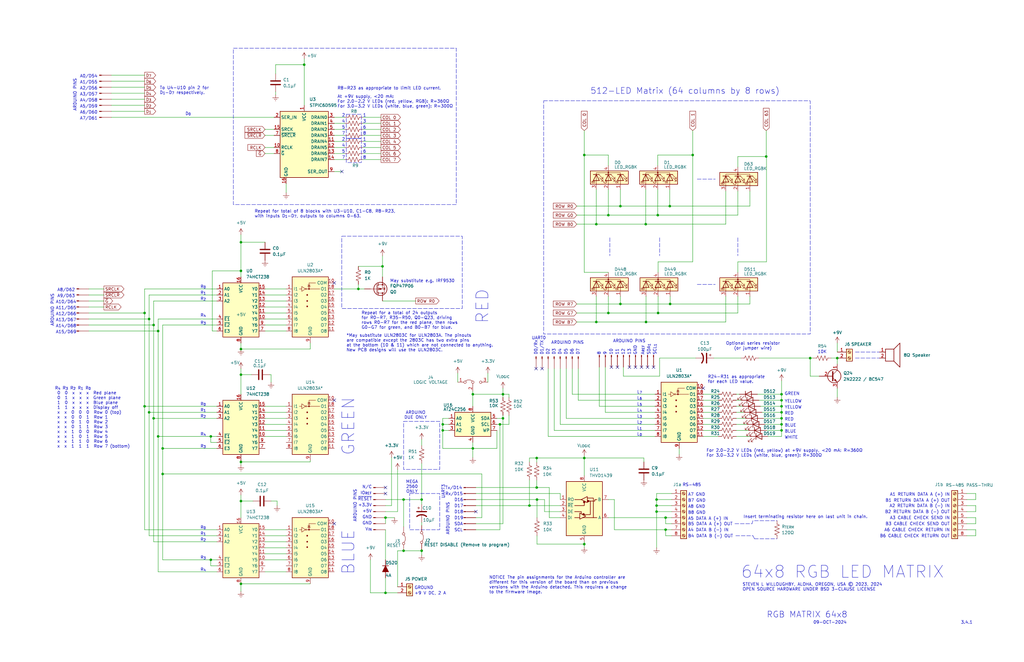
<source format=kicad_sch>
(kicad_sch (version 20231120) (generator "eeschema") (generator_version "8.0")
  (paper "USLedger")
  (junction (at 60.96 171.45))
  (junction (at 170.18 232.41))
  (junction (at 223.266 213.36))
  (junction (at 128.27 27.305))
  (junction (at 210.82 179.07))
  (junction (at 292.1 65.405))
  (junction (at 186.69 179.07))
  (junction (at 276.86 215.9))
  (junction (at 101.6 158.115))
  (junction (at 66.675 139.7))
  (junction (at 276.86 213.36))
  (junction (at 88.9 236.22))
  (junction (at 199.39 189.23))
  (junction (at 341.63 151.13))
  (junction (at 272.288 94.615))
  (junction (at 329.565 168.91))
  (junction (at 256.54 90.805))
  (junction (at 162.56 250.19))
  (junction (at 282.575 128.27))
  (junction (at 280.67 223.52))
  (junction (at 151.13 121.92))
  (junction (at 212.09 166.37))
  (junction (at 101.6 147.32))
  (junction (at 277.495 132.08))
  (junction (at 66.675 184.15))
  (junction (at 199.39 166.37))
  (junction (at 64.77 176.53))
  (junction (at 162.56 218.44))
  (junction (at 226.441 210.82))
  (junction (at 276.86 210.82))
  (junction (at 101.6 102.235))
  (junction (at 101.6 114.3))
  (junction (at 329.565 181.61))
  (junction (at 60.96 132.08))
  (junction (at 329.565 173.99))
  (junction (at 177.8 210.82))
  (junction (at 246.38 193.294))
  (junction (at 329.565 166.37))
  (junction (at 251.46 135.89))
  (junction (at 62.865 173.99))
  (junction (at 323.088 66.04))
  (junction (at 212.09 176.53))
  (junction (at 68.58 189.23))
  (junction (at 88.9 184.15))
  (junction (at 186.69 181.61))
  (junction (at 282.448 86.995))
  (junction (at 353.06 151.13))
  (junction (at 246.38 229.616))
  (junction (at 261.62 128.27))
  (junction (at 101.6 194.945))
  (junction (at 277.368 90.805))
  (junction (at 101.6 211.455))
  (junction (at 68.58 200.025))
  (junction (at 170.18 210.82))
  (junction (at 226.314 193.294))
  (junction (at 161.29 112.395))
  (junction (at 261.62 86.995))
  (junction (at 256.54 132.08))
  (junction (at 280.67 218.44))
  (junction (at 251.46 94.615))
  (junction (at 177.8 232.41))
  (junction (at 272.415 135.89))
  (junction (at 329.565 171.45))
  (junction (at 329.565 176.53))
  (junction (at 62.865 134.62))
  (junction (at 101.6 246.38))
  (junction (at 246.38 65.405))
  (junction (at 226.314 205.74))
  (junction (at 64.77 137.16))
  (junction (at 329.565 179.07))
  (no_connect (at 273.05 154.94))
  (no_connect (at 275.59 154.94))
  (no_connect (at 257.81 154.94))
  (no_connect (at 162.56 208.28))
  (no_connect (at 267.97 154.94))
  (no_connect (at 270.51 154.94))
  (no_connect (at 140.97 168.91))
  (no_connect (at 140.97 119.38))
  (no_connect (at 144.145 72.39))
  (no_connect (at 296.545 163.83))
  (no_connect (at 265.43 154.94))
  (no_connect (at 226.06 155.575))
  (no_connect (at 200.66 215.9))
  (no_connect (at 140.97 220.98))
  (no_connect (at 228.6 155.575))
  (no_connect (at 162.56 205.74))
  (no_connect (at 260.35 154.94))
  (wire (pts (xy 256.54 125.095) (xy 256.54 132.08)))
  (wire (pts (xy 111.76 121.92) (xy 120.65 121.92)))
  (wire (pts (xy 60.96 223.52) (xy 91.44 223.52)))
  (wire (pts (xy 229.616 215.9) (xy 236.22 215.9)))
  (wire (pts (xy 151.13 112.395) (xy 161.29 112.395)))
  (wire (pts (xy 407.67 223.52) (xy 411.48 223.52)))
  (wire (pts (xy 199.39 189.23) (xy 199.39 193.04)))
  (wire (pts (xy 46.99 44.45) (xy 60.96 44.45)))
  (wire (pts (xy 272.415 125.095) (xy 272.415 135.89)))
  (wire (pts (xy 186.69 181.61) (xy 186.69 189.23)))
  (wire (pts (xy 272.415 135.89) (xy 306.07 135.89)))
  (wire (pts (xy 306.07 94.615) (xy 306.07 80.645)))
  (wire (pts (xy 66.675 139.7) (xy 66.675 184.15)))
  (wire (pts (xy 276.86 210.82) (xy 276.86 213.36)))
  (wire (pts (xy 236.22 208.28) (xy 236.22 210.82)))
  (wire (pts (xy 262.89 154.94) (xy 262.89 158.75)))
  (wire (pts (xy 153.035 52.07) (xy 160.655 52.07)))
  (wire (pts (xy 153.035 59.69) (xy 160.655 59.69)))
  (wire (pts (xy 310.515 181.61) (xy 315.595 181.61)))
  (polyline (pts (xy 317.119 220.98) (xy 317.5 219.71)) (stroke (width 0) (type dash)))
  (wire (pts (xy 130.81 144.78) (xy 130.81 147.32)))
  (wire (pts (xy 243.205 86.995) (xy 261.62 86.995)))
  (wire (pts (xy 223.266 202.565) (xy 223.266 213.36)))
  (wire (pts (xy 277.495 110.49) (xy 277.495 114.935)))
  (wire (pts (xy 261.62 86.995) (xy 261.62 80.01)))
  (wire (pts (xy 91.44 241.3) (xy 66.675 241.3)))
  (wire (pts (xy 88.9 184.15) (xy 91.44 184.15)))
  (wire (pts (xy 68.58 137.16) (xy 68.58 189.23)))
  (wire (pts (xy 91.44 186.69) (xy 88.9 186.69)))
  (wire (pts (xy 296.545 168.91) (xy 302.895 168.91)))
  (wire (pts (xy 231.14 155.575) (xy 231.14 184.15)))
  (wire (pts (xy 111.76 64.77) (xy 115.57 64.77)))
  (wire (pts (xy 101.6 208.915) (xy 101.6 211.455)))
  (wire (pts (xy 276.225 181.61) (xy 233.68 181.61)))
  (wire (pts (xy 276.225 184.15) (xy 231.14 184.15)))
  (wire (pts (xy 111.76 134.62) (xy 120.65 134.62)))
  (wire (pts (xy 277.368 69.85) (xy 277.368 65.405)))
  (wire (pts (xy 101.6 114.3) (xy 101.6 116.84)))
  (wire (pts (xy 162.56 250.19) (xy 167.64 250.19)))
  (wire (pts (xy 276.225 168.91) (xy 243.84 168.91)))
  (wire (pts (xy 62.865 134.62) (xy 62.865 173.99)))
  (wire (pts (xy 223.266 193.294) (xy 223.266 194.945)))
  (wire (pts (xy 226.314 202.692) (xy 226.314 205.74)))
  (wire (pts (xy 278.13 158.75) (xy 262.89 158.75)))
  (wire (pts (xy 212.09 166.37) (xy 214.63 166.37)))
  (wire (pts (xy 311.15 110.49) (xy 323.215 110.49)))
  (wire (pts (xy 46.99 39.37) (xy 60.96 39.37)))
  (wire (pts (xy 62.865 134.62) (xy 62.865 124.46)))
  (wire (pts (xy 272.288 94.615) (xy 306.07 94.615)))
  (wire (pts (xy 140.97 121.92) (xy 151.13 121.92)))
  (wire (pts (xy 246.38 55.118) (xy 246.38 65.405)))
  (wire (pts (xy 280.67 218.44) (xy 283.21 218.44)))
  (wire (pts (xy 246.38 114.935) (xy 256.54 114.935)))
  (wire (pts (xy 310.515 168.91) (xy 312.42 168.91)))
  (wire (pts (xy 111.76 62.23) (xy 115.57 62.23)))
  (wire (pts (xy 320.04 168.91) (xy 329.565 168.91)))
  (wire (pts (xy 411.48 215.9) (xy 407.67 215.9)))
  (wire (pts (xy 68.58 200.025) (xy 203.2 200.025)))
  (wire (pts (xy 167.64 247.65) (xy 167.64 232.41)))
  (wire (pts (xy 282.448 80.01) (xy 282.448 86.995)))
  (wire (pts (xy 88.9 236.22) (xy 68.58 236.22)))
  (wire (pts (xy 37.465 129.54) (xy 43.815 129.54)))
  (wire (pts (xy 68.58 189.23) (xy 68.58 200.025)))
  (wire (pts (xy 46.99 31.75) (xy 60.96 31.75)))
  (wire (pts (xy 212.09 163.83) (xy 212.09 166.37)))
  (wire (pts (xy 283.21 208.28) (xy 276.86 208.28)))
  (wire (pts (xy 243.205 135.89) (xy 251.46 135.89)))
  (wire (pts (xy 140.97 72.39) (xy 144.145 72.39)))
  (wire (pts (xy 186.69 176.53) (xy 186.69 179.07)))
  (wire (pts (xy 209.55 181.61) (xy 209.55 189.23)))
  (wire (pts (xy 259.08 210.82) (xy 256.54 210.82)))
  (wire (pts (xy 116.84 213.36) (xy 116.84 211.455)))
  (wire (pts (xy 130.81 194.945) (xy 101.6 194.945)))
  (wire (pts (xy 323.215 66.04) (xy 323.215 110.49)))
  (wire (pts (xy 407.67 208.28) (xy 411.48 208.28)))
  (wire (pts (xy 140.97 52.07) (xy 145.415 52.07)))
  (wire (pts (xy 111.76 228.6) (xy 120.65 228.6)))
  (wire (pts (xy 329.565 176.53) (xy 329.565 173.99)))
  (wire (pts (xy 209.55 189.23) (xy 199.39 189.23)))
  (wire (pts (xy 111.76 181.61) (xy 120.65 181.61)))
  (wire (pts (xy 116.84 211.455) (xy 114.3 211.455)))
  (wire (pts (xy 66.675 134.62) (xy 66.675 139.7)))
  (wire (pts (xy 310.515 166.37) (xy 311.785 166.37)))
  (wire (pts (xy 296.545 166.37) (xy 302.895 166.37)))
  (wire (pts (xy 199.39 165.1) (xy 199.39 166.37)))
  (wire (pts (xy 251.46 125.095) (xy 251.46 135.89)))
  (wire (pts (xy 151.13 120.015) (xy 151.13 121.92)))
  (polyline (pts (xy 278.13 100.33) (xy 278.13 107.95)) (stroke (width 0) (type dash)))
  (wire (pts (xy 60.96 132.08) (xy 60.96 121.92)))
  (wire (pts (xy 214.63 179.07) (xy 210.82 179.07)))
  (wire (pts (xy 91.44 226.06) (xy 62.865 226.06)))
  (wire (pts (xy 170.18 210.82) (xy 170.18 222.25)))
  (wire (pts (xy 60.96 171.45) (xy 91.44 171.45)))
  (wire (pts (xy 226.441 226.06) (xy 226.441 229.616)))
  (wire (pts (xy 341.63 158.75) (xy 341.63 151.13)))
  (wire (pts (xy 64.77 228.6) (xy 64.77 176.53)))
  (wire (pts (xy 111.76 176.53) (xy 120.65 176.53)))
  (wire (pts (xy 276.225 179.07) (xy 236.22 179.07)))
  (wire (pts (xy 111.76 179.07) (xy 120.65 179.07)))
  (wire (pts (xy 111.76 231.14) (xy 120.65 231.14)))
  (wire (pts (xy 323.215 66.04) (xy 323.088 66.04)))
  (wire (pts (xy 111.76 173.99) (xy 120.65 173.99)))
  (wire (pts (xy 186.69 189.23) (xy 199.39 189.23)))
  (wire (pts (xy 101.6 102.235) (xy 111.76 102.235)))
  (wire (pts (xy 280.67 226.06) (xy 280.67 223.52)))
  (wire (pts (xy 66.675 184.15) (xy 66.675 241.3)))
  (wire (pts (xy 280.67 220.98) (xy 280.67 218.44)))
  (wire (pts (xy 233.68 181.61) (xy 233.68 155.575)))
  (wire (pts (xy 323.215 181.61) (xy 329.565 181.61)))
  (wire (pts (xy 296.545 176.53) (xy 302.895 176.53)))
  (wire (pts (xy 276.86 213.36) (xy 276.86 215.9)))
  (wire (pts (xy 116.205 38.735) (xy 116.205 40.005)))
  (wire (pts (xy 212.09 176.53) (xy 209.55 176.53)))
  (wire (pts (xy 37.465 134.62) (xy 62.865 134.62)))
  (polyline (pts (xy 294.005 120.015) (xy 301.625 120.015)) (stroke (width 0) (type dash)))
  (wire (pts (xy 162.56 213.36) (xy 165.1 213.36)))
  (wire (pts (xy 165.1 213.36) (xy 165.1 193.04)))
  (wire (pts (xy 214.63 175.26) (xy 214.63 179.07)))
  (wire (pts (xy 162.56 218.44) (xy 162.56 220.98)))
  (wire (pts (xy 310.515 179.07) (xy 314.96 179.07)))
  (wire (pts (xy 271.526 193.294) (xy 271.526 194.945)))
  (polyline (pts (xy 257.175 100.33) (xy 257.175 107.95)) (stroke (width 0) (type dash)))
  (wire (pts (xy 329.565 173.99) (xy 329.565 171.45)))
  (wire (pts (xy 261.62 125.095) (xy 261.62 128.27)))
  (wire (pts (xy 140.97 49.53) (xy 145.415 49.53)))
  (wire (pts (xy 311.15 110.49) (xy 311.15 114.935)))
  (polyline (pts (xy 318.135 227.33) (xy 327.66 227.33)) (stroke (width 0) (type dash)))
  (wire (pts (xy 283.21 226.06) (xy 280.67 226.06)))
  (wire (pts (xy 243.205 90.805) (xy 256.54 90.805)))
  (polyline (pts (xy 317.5 226.06) (xy 318.135 227.33)) (stroke (width 0) (type dash)))
  (wire (pts (xy 62.865 124.46) (xy 91.44 124.46)))
  (wire (pts (xy 37.465 137.16) (xy 64.77 137.16)))
  (wire (pts (xy 200.66 205.74) (xy 226.314 205.74)))
  (wire (pts (xy 140.97 64.77) (xy 145.415 64.77)))
  (wire (pts (xy 411.48 226.06) (xy 407.67 226.06)))
  (wire (pts (xy 411.48 223.52) (xy 411.48 226.06)))
  (wire (pts (xy 276.225 173.99) (xy 255.27 173.99)))
  (wire (pts (xy 116.205 31.115) (xy 116.205 27.305)))
  (polyline (pts (xy 311.15 100.33) (xy 311.15 107.95)) (stroke (width 0) (type dash)))
  (wire (pts (xy 255.27 173.99) (xy 255.27 154.94)))
  (wire (pts (xy 226.314 205.74) (xy 231.648 205.74)))
  (wire (pts (xy 101.6 194.945) (xy 101.6 196.215)))
  (wire (pts (xy 246.38 229.616) (xy 246.38 228.6)))
  (wire (pts (xy 46.99 46.99) (xy 60.96 46.99)))
  (wire (pts (xy 200.66 220.98) (xy 212.09 220.98)))
  (wire (pts (xy 111.76 171.45) (xy 120.65 171.45)))
  (wire (pts (xy 316.23 128.27) (xy 316.23 125.095)))
  (wire (pts (xy 101.6 211.455) (xy 106.68 211.455)))
  (wire (pts (xy 111.76 129.54) (xy 120.65 129.54)))
  (wire (pts (xy 251.46 135.89) (xy 272.415 135.89)))
  (wire (pts (xy 210.82 179.07) (xy 210.82 223.52)))
  (wire (pts (xy 241.3 166.37) (xy 241.3 155.575)))
  (wire (pts (xy 306.07 135.89) (xy 306.07 125.095)))
  (wire (pts (xy 277.368 80.01) (xy 277.368 90.805)))
  (wire (pts (xy 282.575 125.095) (xy 282.575 128.27)))
  (wire (pts (xy 68.58 189.23) (xy 91.44 189.23)))
  (wire (pts (xy 111.76 127) (xy 120.65 127)))
  (wire (pts (xy 246.38 192.278) (xy 246.38 193.294)))
  (wire (pts (xy 231.648 205.74) (xy 231.648 218.44)))
  (wire (pts (xy 140.97 57.15) (xy 145.415 57.15)))
  (wire (pts (xy 120.65 77.47) (xy 120.65 81.28)))
  (wire (pts (xy 68.58 236.22) (xy 68.58 200.025)))
  (wire (pts (xy 246.38 193.294) (xy 246.38 200.66)))
  (wire (pts (xy 353.06 144.78) (xy 353.06 148.59)))
  (wire (pts (xy 200.66 218.44) (xy 203.2 218.44)))
  (wire (pts (xy 200.66 213.36) (xy 223.266 213.36)))
  (wire (pts (xy 91.44 236.22) (xy 88.9 236.22)))
  (wire (pts (xy 46.99 36.83) (xy 60.96 36.83)))
  (wire (pts (xy 89.535 114.3) (xy 101.6 114.3)))
  (wire (pts (xy 62.865 173.99) (xy 91.44 173.99)))
  (wire (pts (xy 282.575 128.27) (xy 316.23 128.27)))
  (wire (pts (xy 310.515 184.15) (xy 316.23 184.15)))
  (wire (pts (xy 153.035 64.77) (xy 160.655 64.77)))
  (wire (pts (xy 280.67 223.52) (xy 259.08 223.52)))
  (wire (pts (xy 177.8 220.472) (xy 177.8 221.742)))
  (wire (pts (xy 292.1 65.405) (xy 292.1 110.49)))
  (wire (pts (xy 88.9 186.69) (xy 88.9 184.15)))
  (polyline (pts (xy 294.005 75.565) (xy 301.625 75.565)) (stroke (width 0) (type dash)))
  (wire (pts (xy 170.18 232.41) (xy 177.8 232.41)))
  (wire (pts (xy 311.15 132.08) (xy 311.15 125.095)))
  (wire (pts (xy 323.85 184.15) (xy 329.565 184.15)))
  (wire (pts (xy 203.2 218.44) (xy 203.2 200.025)))
  (wire (pts (xy 311.15 70.485) (xy 311.15 66.04)))
  (wire (pts (xy 205.74 157.48) (xy 205.74 161.29)))
  (wire (pts (xy 111.76 236.22) (xy 120.65 236.22)))
  (wire (pts (xy 214.63 166.37) (xy 214.63 167.64)))
  (wire (pts (xy 106.045 158.115) (xy 101.6 158.115)))
  (wire (pts (xy 199.39 186.69) (xy 199.39 189.23)))
  (wire (pts (xy 89.535 139.7) (xy 89.535 114.3)))
  (wire (pts (xy 200.66 208.28) (xy 236.22 208.28)))
  (wire (pts (xy 261.62 86.995) (xy 282.448 86.995)))
  (wire (pts (xy 310.515 176.53) (xy 314.325 176.53)))
  (wire (pts (xy 37.465 132.08) (xy 60.96 132.08)))
  (wire (pts (xy 210.82 223.52) (xy 200.66 223.52)))
  (wire (pts (xy 161.29 112.395) (xy 161.29 116.84)))
  (wire (pts (xy 111.76 184.15) (xy 120.65 184.15)))
  (wire (pts (xy 101.6 155.575) (xy 101.6 158.115)))
  (wire (pts (xy 329.565 171.45) (xy 329.565 168.91)))
  (wire (pts (xy 101.6 147.32) (xy 130.81 147.32)))
  (wire (pts (xy 286.385 189.23) (xy 286.385 191.77)))
  (wire (pts (xy 101.6 144.78) (xy 101.6 147.32)))
  (wire (pts (xy 296.545 179.07) (xy 302.895 179.07)))
  (wire (pts (xy 101.6 246.38) (xy 130.81 246.38)))
  (wire (pts (xy 140.97 62.23) (xy 145.415 62.23)))
  (wire (pts (xy 283.21 210.82) (xy 276.86 210.82)))
  (wire (pts (xy 411.48 213.36) (xy 411.48 215.9)))
  (wire (pts (xy 277.368 65.405) (xy 292.1 65.405)))
  (wire (pts (xy 111.76 124.46) (xy 120.65 124.46)))
  (wire (pts (xy 199.39 166.37) (xy 212.09 166.37)))
  (wire (pts (xy 296.545 171.45) (xy 302.895 171.45)))
  (wire (pts (xy 37.465 124.46) (xy 43.815 124.46)))
  (wire (pts (xy 111.76 233.68) (xy 120.65 233.68)))
  (wire (pts (xy 111.76 132.08) (xy 120.65 132.08)))
  (wire (pts (xy 278.13 151.13) (xy 293.37 151.13)))
  (wire (pts (xy 319.405 166.37) (xy 329.565 166.37)))
  (wire (pts (xy 177.8 185.42) (xy 177.8 187.96)))
  (wire (pts (xy 321.31 173.99) (xy 329.565 173.99)))
  (wire (pts (xy 246.38 229.616) (xy 246.38 230.886)))
  (wire (pts (xy 283.21 223.52) (xy 280.67 223.52)))
  (wire (pts (xy 272.288 80.01) (xy 272.288 94.615)))
  (wire (pts (xy 243.205 94.615) (xy 251.46 94.615)))
  (wire (pts (xy 407.67 218.44) (xy 411.48 218.44)))
  (wire (pts (xy 321.945 176.53) (xy 329.565 176.53)))
  (wire (pts (xy 261.62 128.27) (xy 282.575 128.27)))
  (wire (pts (xy 64.77 176.53) (xy 91.44 176.53)))
  (wire (pts (xy 162.56 243.84) (xy 162.56 250.19)))
  (wire (pts (xy 153.035 67.31) (xy 160.655 67.31)))
  (wire (pts (xy 209.55 179.07) (xy 210.82 179.07)))
  (wire (pts (xy 329.565 184.15) (xy 329.565 181.61)))
  (wire (pts (xy 283.21 215.9) (xy 276.86 215.9)))
  (wire (pts (xy 251.46 94.615) (xy 272.288 94.615)))
  (wire (pts (xy 276.225 171.45) (xy 252.73 171.45)))
  (polyline (pts (xy 310.261 226.06) (xy 317.5 226.06)) (stroke (width 0) (type dash)))
  (wire (pts (xy 189.23 176.53) (xy 186.69 176.53)))
  (wire (pts (xy 162.56 223.52) (xy 162.56 236.22)))
  (wire (pts (xy 111.76 241.3) (xy 120.65 241.3)))
  (wire (pts (xy 114.3 158.115) (xy 113.665 158.115)))
  (wire (pts (xy 46.99 49.53) (xy 115.57 49.53)))
  (wire (pts (xy 60.96 171.45) (xy 60.96 223.52)))
  (wire (pts (xy 296.545 181.61) (xy 302.895 181.61)))
  (wire (pts (xy 310.515 173.99) (xy 313.69 173.99)))
  (wire (pts (xy 162.56 210.82) (xy 170.18 210.82)))
  (wire (pts (xy 140.97 67.31) (xy 145.415 67.31)))
  (wire (pts (xy 411.48 210.82) (xy 407.67 210.82)))
  (polyline (pts (xy 360.68 148.59) (xy 370.84 148.59)) (stroke (width 0) (type dash)))
  (wire (pts (xy 322.58 179.07) (xy 329.565 179.07)))
  (wire (pts (xy 140.97 54.61) (xy 145.415 54.61)))
  (wire (pts (xy 60.96 132.08) (xy 60.96 171.45)))
  (wire (pts (xy 153.035 54.61) (xy 160.655 54.61)))
  (wire (pts (xy 101.6 194.31) (xy 101.6 194.945)))
  (wire (pts (xy 226.441 210.82) (xy 226.441 218.44)))
  (wire (pts (xy 311.15 90.805) (xy 311.15 80.645)))
  (wire (pts (xy 128.27 27.305) (xy 128.27 44.45)))
  (polyline (pts (xy 309.88 220.98) (xy 317.119 220.98)) (stroke (width 0) (type dash)))
  (wire (pts (xy 156.21 236.22) (xy 156.21 250.19)))
  (wire (pts (xy 111.76 226.06) (xy 120.65 226.06)))
  (wire (pts (xy 101.6 211.455) (xy 101.6 218.44)))
  (wire (pts (xy 320.675 171.45) (xy 329.565 171.45)))
  (wire (pts (xy 64.77 137.16) (xy 64.77 127)))
  (wire (pts (xy 64.77 127) (xy 91.44 127)))
  (wire (pts (xy 226.441 229.616) (xy 246.38 229.616)))
  (wire (pts (xy 329.565 168.91) (xy 329.565 166.37)))
  (wire (pts (xy 161.29 107.95) (xy 161.29 112.395)))
  (wire (pts (xy 60.96 121.92) (xy 91.44 121.92)))
  (wire (pts (xy 151.13 121.92) (xy 153.67 121.92)))
  (wire (pts (xy 186.69 181.61) (xy 189.23 181.61)))
  (wire (pts (xy 246.38 65.405) (xy 256.54 65.405)))
  (wire (pts (xy 277.368 90.805) (xy 311.15 90.805)))
  (wire (pts (xy 411.48 208.28) (xy 411.48 210.82)))
  (wire (pts (xy 310.515 171.45) (xy 313.055 171.45)))
  (wire (pts (xy 111.76 137.16) (xy 120.65 137.16)))
  (wire (pts (xy 329.565 181.61) (xy 329.565 179.07)))
  (wire (pts (xy 161.29 127) (xy 175.26 127)))
  (wire (pts (xy 212.09 167.64) (xy 212.09 166.37)))
  (wire (pts (xy 300.99 151.13) (xy 312.42 151.13)))
  (wire (pts (xy 256.54 132.08) (xy 277.495 132.08)))
  (wire (pts (xy 212.09 175.26) (xy 212.09 176.53)))
  (wire (pts (xy 223.266 213.36) (xy 236.22 213.36)))
  (wire (pts (xy 292.1 55.118) (xy 292.1 65.405)))
  (wire (pts (xy 111.76 223.52) (xy 120.65 223.52)))
  (wire (pts (xy 345.44 158.75) (xy 341.63 158.75)))
  (wire (pts (xy 91.44 228.6) (xy 64.77 228.6)))
  (wire (pts (xy 329.565 179.07) (xy 329.565 176.53)))
  (wire (pts (xy 252.73 171.45) (xy 252.73 154.94)))
  (wire (pts (xy 116.205 27.305) (xy 128.27 27.305)))
  (wire (pts (xy 170.18 210.82) (xy 177.8 210.82)))
  (wire (pts (xy 177.8 231.902) (xy 177.8 232.41)))
  (wire (pts (xy 101.6 102.235) (xy 101.6 114.3)))
  (wire (pts (xy 46.99 41.91) (xy 60.96 41.91)))
  (wire (pts (xy 256.54 80.01) (xy 256.54 90.805)))
  (wire (pts (xy 311.15 66.04) (xy 323.088 66.04)))
  (polyline (pts (xy 318.135 219.71) (xy 327.66 219.71)) (stroke (width 0) (type dash)))
  (wire (pts (xy 46.99 34.29) (xy 60.96 34.29)))
  (wire (pts (xy 212.09 220.98) (xy 212.09 176.53)))
  (wire (pts (xy 91.44 139.7) (xy 89.535 139.7)))
  (wire (pts (xy 153.035 49.53) (xy 160.655 49.53)))
  (wire (pts (xy 296.545 173.99) (xy 302.895 173.99)))
  (wire (pts (xy 259.08 223.52) (xy 259.08 210.82)))
  (wire (pts (xy 282.448 86.995) (xy 316.23 86.995)))
  (wire (pts (xy 186.69 179.07) (xy 189.23 179.07)))
  (wire (pts (xy 292.1 110.49) (xy 277.495 110.49)))
  (wire (pts (xy 111.76 139.7) (xy 120.65 139.7)))
  (wire (pts (xy 341.63 151.13) (xy 342.9 151.13)))
  (wire (pts (xy 256.54 90.805) (xy 277.368 90.805)))
  (wire (pts (xy 193.04 157.48) (xy 193.04 161.29)))
  (wire (pts (xy 68.58 137.16) (xy 91.44 137.16)))
  (wire (pts (xy 37.465 127) (xy 43.815 127)))
  (wire (pts (xy 276.225 166.37) (xy 241.3 166.37)))
  (wire (pts (xy 162.56 215.9) (xy 167.64 215.9)))
  (polyline (pts (xy 360.68 151.13) (xy 370.84 151.13)) (stroke (width 0) (type dash)))
  (wire (pts (xy 167.64 232.41) (xy 170.18 232.41)))
  (wire (pts (xy 88.9 238.76) (xy 88.9 236.22)))
  (wire (pts (xy 243.205 128.27) (xy 261.62 128.27)))
  (wire (pts (xy 37.465 139.7) (xy 66.675 139.7)))
  (wire (pts (xy 177.8 232.41) (xy 177.8 234.188)))
  (wire (pts (xy 353.06 163.83) (xy 353.06 167.64)))
  (wire (pts (xy 296.545 184.15) (xy 302.895 184.15)))
  (wire (pts (xy 153.035 62.23) (xy 160.655 62.23)))
  (wire (pts (xy 186.69 179.07) (xy 186.69 181.61)))
  (wire (pts (xy 223.266 193.294) (xy 226.314 193.294)))
  (wire (pts (xy 64.77 137.16) (xy 64.77 176.53)))
  (wire (pts (xy 66.675 184.15) (xy 88.9 184.15)))
  (wire (pts (xy 91.44 238.76) (xy 88.9 238.76)))
  (wire (pts (xy 199.39 166.37) (xy 199.39 171.45)))
  (wire (pts (xy 231.648 218.44) (xy 236.22 218.44)))
  (wire (pts (xy 226.314 193.294) (xy 246.38 193.294)))
  (wire (pts (xy 140.97 59.69) (xy 145.415 59.69)))
  (wire (pts (xy 256.54 218.44) (xy 280.67 218.44)))
  (wire (pts (xy 350.52 151.13) (xy 353.06 151.13)))
  (wire (pts (xy 329.565 166.37) (xy 329.565 160.655)))
  (wire (pts (xy 251.46 80.01) (xy 251.46 94.615)))
  (wire (pts (xy 246.38 65.405) (xy 246.38 114.935)))
  (wire (pts (xy 243.205 132.08) (xy 256.54 132.08)))
  (wire (pts (xy 226.441 210.82) (xy 229.616 210.82)))
  (wire (pts (xy 162.56 218.44) (xy 166.37 218.44)))
  (wire (pts (xy 277.495 132.08) (xy 311.15 132.08)))
  (wire (pts (xy 153.035 57.15) (xy 160.655 57.15)))
  (wire (pts (xy 114.3 161.29) (xy 114.3 158.115)))
  (wire (pts (xy 177.8 210.82) (xy 177.8 212.852)))
  (wire (pts (xy 128.27 24.765) (xy 128.27 27.305)))
  (wire (pts (xy 156.21 250.19) (xy 162.56 250.19)))
  (wire (pts (xy 238.76 176.53) (xy 238.76 155.575)))
  (wire (pts (xy 243.84 168.91) (xy 243.84 155.575)))
  (wire (pts (xy 320.04 151.13) (xy 341.63 151.13)))
  (wire (pts (xy 101.6 158.115) (xy 101.6 166.37)))
  (wire (pts (xy 276.86 215.9) (xy 276.86 231.14)))
  (wire (pts (xy 277.495 125.095) (xy 277.495 132.08)))
  (wire (pts (xy 130.81 194.31) (xy 130.81 194.945)))
  (wire (pts (xy 278.13 151.13) (xy 278.13 158.75)))
  (wire (pts (xy 101.6 246.38) (xy 101.6 249.555)))
  (wire (pts (xy 37.465 121.92) (xy 43.815 121.92)))
  (wire (pts (xy 283.21 220.98) (xy 280.67 220.98)))
  (wire (pts (xy 101.6 99.06) (xy 101.6 102.235)))
  (wire (pts (xy 236.22 179.07) (xy 236.22 155.575)))
  (wire (pts (xy 111.76 54.61) (xy 115.57 54.61)))
  (wire (pts (xy 66.675 134.62) (xy 91.44 134.62)))
  (wire (pts (xy 353.06 151.13) (xy 353.06 153.67)))
  (wire (pts (xy 111.76 57.15) (xy 115.57 57.15)))
  (wire (pts (xy 256.54 69.85) (xy 256.54 65.405)))
  (wire (pts (xy 167.64 215.9) (xy 167.64 198.12)))
  (wire (pts (xy 407.67 213.36) (xy 411.48 213.36)))
  (wire (pts (xy 283.21 213.36) (xy 276.86 213.36)))
  (wire (pts (xy 62.865 173.99) (xy 62.865 226.06)))
  (wire (pts (xy 316.23 80.645) (xy 316.23 86.995)))
  (wire (pts (xy 276.86 208.28) (xy 276.86 210.82)))
  (wire (pts (xy 323.088 55.118) (xy 323.088 66.04)))
  (wire (pts (xy 229.616 210.82) (xy 229.616 215.9)))
  (wire (pts (xy 226.314 193.294) (xy 226.314 195.072)))
  (wire (pts (xy 200.66 210.82) (xy 226.441 210.82)))
  (wire (pts (xy 411.48 218.44) (xy 411.48 220.98)))
  (wire (pts (xy 411.48 220.98) (xy 407.67 220.98)))
  (wire (pts (xy 177.8 195.58) (xy 177.8 210.82)))
  (wire (pts (xy 246.38 193.294) (xy 271.526 193.294)))
  (wire (pts (xy 276.225 176.53) (xy 238.76 176.53)))
  (rectangle (start 229.235 42.545) (end 341.63 140.97) (stroke (width 0) (type dash)))
  (rectangle (start 170.18 177.8) (end 185.42 198.12) (stroke (width 0) (type dash)))
  (rectangle (start 98.425 20.32) (end 192.405 86.36) (stroke (width 0) (type dash)))
  (rectangle (start 146.05 48.26) (end 152.4 58.42) (stroke (width 0) (type dash)))
  (rectangle (start 172.72 208.28) (end 185.42 223.52) (stroke (width 0) (type dash)))
  (rectangle (start 146.05 58.42) (end 152.4 68.58) (stroke (width 0) (type dash)))
  (rectangle (start 144.145 99.695) (end 194.945 130.175) (stroke (width 0) (type dash)))
  (text "R_{3}" (at 84.455 236.22 0) (effects (font (size 1.27 1.27)) (justify left bottom)))
  (text "B4 DATA B (-) OUT" (at 290.068 227.076 0) (effects (font (size 1.27 1.27)) (justify left bottom)))
  (text "R_{1}" (at 84.455 226.06 0) (effects (font (size 1.27 1.27)) (justify left bottom)))
  (text "A0/D54" (at 33.655 33.02 0) (effects (font (size 1.27 1.27)) (justify left bottom)))
  (text "4" (at 144.145 62.23 0) (effects (font (size 1.27 1.27)) (justify left bottom)))
  (text "GREEN" (at 330.835 167.005 0) (effects (font (size 1.27 1.27)) (justify left bottom)))
  (text "For 2.0-2.2 V LEDs (red, yellow) at +9V supply, <20 mA: R=360Ω\nFor 3.0-3.2 V LEDs (white, blue, green): R=300Ω" (at 297.815 193.04 0) (effects (font (size 1.27 1.27)) (justify left bottom)))
  (text "R_{2}" (at 84.455 127 0) (effects (font (size 1.27 1.27)) (justify left bottom)))
  (text "BLUE" (at 330.835 180.34 0) (effects (font (size 1.27 1.27)) (justify left bottom)))
  (text "NOTICE The pin assignments for the Arduino controller are\ndifferent for this version of the board than on previous\nversions with the Arduino detached. This requires a change\nto the firmware image." (at 206.248 250.698 0) (effects (font (size 1.27 1.27)) (justify left bottom)))
  (text "09-OCT-2024" (at 342.9 263.525 0) (effects (font (size 1.27 1.27)) (justify left bottom)))
  (text "4" (at 144.145 52.07 0) (effects (font (size 1.27 1.27)) (justify left bottom)))
  (text "+5V" (at 156.845 216.535 0) (effects (font (size 1.27 1.27)) (justify right bottom)))
  (text "ARDUINO PINS" (at 189.611 225.806 90) (effects (font (size 1.27 1.27)) (justify left bottom)))
  (text "ARDUINO\nDUE ONLY" (at 175.26 175.26 0) (effects (font (size 1.27 1.27))))
  (text "A10/D64" (at 23.495 128.27 0) (effects (font (size 1.27 1.27)) (justify left bottom)))
  (text "RED" (at 330.835 177.8 0) (effects (font (size 1.27 1.27)) (justify left bottom)))
  (text "A13/D67" (at 23.495 135.89 0) (effects (font (size 1.27 1.27)) (justify left bottom)))
  (text "To U4-U10 pin 2 for\nD_{1}-D_{7} respectively." (at 67.31 40.005 0) (effects (font (size 1.27 1.27)) (justify left bottom)))
  (text "GND" (at 156.845 221.615 0) (effects (font (size 1.27 1.27)) (justify right bottom)))
  (text "RED" (at 330.835 175.26 0) (effects (font (size 1.27 1.27)) (justify left bottom)))
  (text "5" (at 144.145 54.61 0) (effects (font (size 1.27 1.27)) (justify left bottom)))
  (text "RS-485" (at 287.782 205.486 0) (effects (font (size 1.27 1.27)) (justify left bottom)))
  (text "ARDUINO PINS" (at 22.86 137.795 90) (effects (font (size 1.27 1.27)) (justify left bottom)))
  (text "UART0" (at 224.155 143.51 0) (effects (font (size 1.27 1.27)) (justify left bottom)))
  (text "R_{4} R_{3} R_{2} R_{1} R_{0}\n 0  0  x  x  x  Red plane\n 0  1  x  x  x  Green plane\n 1  0  x  x  x  Blue plane\n 1  1  x  x  x  Display off\n x  x  0  0  0  Row 0 (top)\n x  x  0  0  1  Row 1\n x  x  0  1  0  Row 2\n x  x  0  1  1  Row 3\n x  x  1  0  0  Row 4\n x  x  1  0  1  Row 5\n x  x  1  1  0  Row 6\n x  x  1  1  1  Row 7 (bottom)" (at 23.114 189.23 0) (effects (font (size 1.27 1.27)) (justify left bottom)))
  (text "SDA" (at 191.516 221.996 0) (effects (font (size 1.27 1.27)) (justify left bottom)))
  (text "13" (at 266.065 149.86 90) (effects (font (size 1.27 1.27)) (justify left bottom)))
  (text "6" (at 153.035 54.61 0) (effects (font (size 1.27 1.27)) (justify left bottom)))
  (text "Repeat for total of 8 blocks with U3-U10, C1-C8, R8-R23, \nwith inputs D_{1}-D_{7}, outputs to columns 0-63." (at 107.315 92.075 0) (effects (font (size 1.27 1.27)) (justify left bottom)))
  (text "A3/D57" (at 33.655 40.64 0) (effects (font (size 1.27 1.27)) (justify left bottom)))
  (text "YELLOW" (at 330.835 170.18 0) (effects (font (size 1.27 1.27)) (justify left bottom)))
  (text "GND" (at 268.605 149.86 90) (effects (font (size 1.27 1.27)) (justify left bottom)))
  (text "RGB MATRIX 64x8" (at 323.215 260.985 0) (effects (font (size 2.54 2.54)) (justify left bottom)))
  (text "*May substitute ULN2803C for ULN2803A. The pinouts\nare compatible except the 2803C has two extra pins\nat the bottom (10 & 11) which are not connected to anything.\nNew PCB designs will use the ULN2803C." (at 146.05 148.59 0) (effects (font (size 1.27 1.27)) (justify left bottom)))
  (text "A9/D63" (at 24.13 125.73 0) (effects (font (size 1.27 1.27)) (justify left bottom)))
  (text "ARDUINO PINS" (at 32.385 46.99 90) (effects (font (size 1.27 1.27)) (justify left bottom)))
  (text "D7" (at 244.475 149.86 90) (effects (font (size 1.27 1.27)) (justify left bottom)))
  (text "A14/D68" (at 23.495 138.43 0) (effects (font (size 1.27 1.27)) (justify left bottom)))
  (text "SCL" (at 191.516 224.536 0) (effects (font (size 1.27 1.27)) (justify left bottom)))
  (text "7" (at 144.145 67.31 0) (effects (font (size 1.27 1.27)) (justify left bottom)))
  (text "3.4.1" (at 405.13 263.525 0) (effects (font (size 1.27 1.27)) (justify left bottom)))
  (text "A6 CABLE CHECK RETURN IN" (at 400.558 223.774 0) (effects (font (size 1.27 1.27)) (justify right)))
  (text "512-LED Matrix (64 columns by 8 rows)" (at 248.92 40.005 0) (effects (font (size 2.54 2.54)) (justify left bottom)))
  (text "R_{4}" (at 84.455 184.15 0) (effects (font (size 1.27 1.27)) (justify left bottom)))
  (text "8" (at 253.365 149.86 90) (effects (font (size 1.27 1.27)) (justify left bottom)))
  (text "BLUE" (at 330.835 182.88 0) (effects (font (size 1.27 1.27)) (justify left bottom)))
  (text "A7/D61" (at 33.655 50.8 0) (effects (font (size 1.27 1.27)) (justify left bottom)))
  (text "B1 RETURN DATA A (+) OUT" (at 400.558 211.328 0) (effects (font (size 1.27 1.27)) (justify right)))
  (text "L_{2}" (at 268.605 179.07 0) (effects (font (size 1.27 1.27)) (justify left bottom)))
  (text "12" (at 263.525 149.86 90) (effects (font (size 1.27 1.27)) (justify left bottom)))
  (text "6" (at 153.035 64.77 0) (effects (font (size 1.27 1.27)) (justify left bottom)))
  (text "R_{0}" (at 84.455 171.45 0) (effects (font (size 1.27 1.27)) (justify left bottom)))
  (text "5" (at 144.145 64.77 0) (effects (font (size 1.27 1.27)) (justify left bottom)))
  (text "A7 GND" (at 290.068 209.55 0) (effects (font (size 1.27 1.27)) (justify left bottom)))
  (text "D18" (at 191.516 216.916 0) (effects (font (size 1.27 1.27)) (justify left bottom)))
  (text "Optional series resistor\n(or jumper wire)" (at 317.5 146.05 0) (effects (font (size 1.27 1.27))))
  (text "A3 CABLE CHECK SEND IN" (at 400.558 218.694 0) (effects (font (size 1.27 1.27)) (justify right)))
  (text "A8/D62" (at 24.13 123.19 0) (effects (font (size 1.27 1.27)) (justify left bottom)))
  (text "9" (at 255.905 149.86 90) (effects (font (size 1.27 1.27)) (justify left bottom)))
  (text "A_{REF}" (at 271.78 149.86 90) (effects (font (size 1.27 1.27)) (justify left bottom)))
  (text "L_{5}" (at 268.605 171.45 0) (effects (font (size 1.27 1.27)) (justify left bottom)))
  (text "B8 GND" (at 290.068 217.17 0) (effects (font (size 1.27 1.27)) (justify left bottom)))
  (text "Repeat for a total of 24 outputs\nfor R0-R7, R35-R50, Q0-Q23, driving\nrows R0-R7 for the red plane, then rows\nG0-G7 for green, and B0-B7 for blue." (at 152.4 139.065 0) (effects (font (size 1.27 1.27)) (justify left bottom)))
  (text "+9 V DC, 2 A" (at 174.752 250.444 0) (effects (font (size 1.27 1.27)) (justify left)))
  (text "STEVEN L WILLOUGHBY, ALOHA, OREGON, USA © 2023, 2024\nOPEN SOURCE HARDWARE UNDER BSD 3-CLAUSE LICENSE" (at 313.055 249.555 0) (effects (font (size 1.27 1.27)) (justify left bottom)))
  (text "MEGA\n2560\nONLY" (at 173.736 205.486 0) (effects (font (size 1.27 1.27))))
  (text "A11/D65" (at 23.495 130.81 0) (effects (font (size 1.27 1.27)) (justify left bottom)))
  (text "D1/TX" (at 229.235 149.86 90) (effects (font (size 1.27 1.27)) (justify left bottom)))
  (text "WHITE" (at 330.835 185.42 0) (effects (font (size 1.27 1.27)) (justify left bottom)))
  (text "B5 DATA A (+) OUT" (at 290.068 221.996 0) (effects (font (size 1.27 1.27)) (justify left bottom)))
  (text "8" (at 153.035 57.15 0) (effects (font (size 1.27 1.27)) (justify left bottom)))
  (text "R_{0}" (at 84.455 121.92 0) (effects (font (size 1.27 1.27)) (justify left bottom)))
  (text "3" (at 153.035 62.23 0) (effects (font (size 1.27 1.27)) (justify left bottom)))
  (text "GROUND" (at 174.752 248.158 0) (effects (font (size 1.27 1.27)) (justify left)))
  (text "Tx/D14" (at 187.706 206.756 0) (effects (font (size 1.27 1.27)) (justify left bottom)))
  (text "D0/Rx" (at 226.695 149.86 90) (effects (font (size 1.27 1.27)) (justify left bottom)))
  (text "R24-R31 as appropriate\nfor each LED value." (at 298.45 161.925 0) (effects (font (size 1.27 1.27)) (justify left bottom)))
  (text "A4 DATA B (-) IN" (at 290.068 224.536 0) (effects (font (size 1.27 1.27)) (justify left bottom)))
  (text "BLUE" (at 149.86 223.52 90) (effects (font (size 5.08 5.08)) (justify right bottom)))
  (text "R_{1}" (at 84.455 173.99 0) (effects (font (size 1.27 1.27)) (justify left bottom)))
  (text "2" (at 144.145 59.69 0) (effects (font (size 1.27 1.27)) (justify left bottom)))
  (text "L_{6}" (at 268.605 168.91 0) (effects (font (size 1.27 1.27)) (justify left bottom)))
  (text "L_{3}" (at 268.605 176.53 0) (effects (font (size 1.27 1.27)) (justify left bottom)))
  (text "May substitute e.g. IRF9530" (at 164.465 119.38 0) (effects (font (size 1.27 1.27)) (justify left bottom)))
  (text "A1 RETURN DATA A (+) IN" (at 400.558 208.788 0) (effects (font (size 1.27 1.27)) (justify right)))
  (text "L_{4}" (at 268.605 173.99 0) (effects (font (size 1.27 1.27)) (justify left bottom)))
  (text "R_{3}" (at 84.455 137.16 0) (effects (font (size 1.27 1.27)) (justify left bottom)))
  (text "SCL_{1}" (at 276.86 149.86 90) (effects (font (size 1.27 1.27)) (justify left bottom)))
  (text "B7 GND" (at 290.068 212.09 0) (effects (font (size 1.27 1.27)) (justify left bottom)))
  (text "1" (at 153.035 49.53 0) (effects (font (size 1.27 1.27)) (justify left bottom)))
  (text "10K" (at 346.71 148.59 0) (effects (font (size 1.27 1.27))))
  (text "~{RESET}" (at 156.845 211.455 0) (effects (font (size 1.27 1.27)) (justify right bottom)))
  (text "R8-R23 as appropriate to limit LED current." (at 186.055 38.1 0) (effects (font (size 1.27 1.27)) (justify right bottom)))
  (text "B2 RETURN DATA B (-) OUT" (at 400.558 216.154 0) (effects (font (size 1.27 1.27)) (justify right)))
  (text "3" (at 153.035 52.07 0) (effects (font (size 1.27 1.27)) (justify left bottom)))
  (text "N/C" (at 156.845 206.375 0) (effects (font (size 1.27 1.27)) (justify right bottom)))
  (text "D_{0}" (at 78.105 48.895 0) (effects (font (size 1.27 1.27)) (justify left bottom)))
  (text "D16" (at 191.516 211.836 0) (effects (font (size 1.27 1.27)) (justify left bottom)))
  (text "10" (at 258.445 149.86 90) (effects (font (size 1.27 1.27)) (justify left bottom)))
  (text "R_{2}" (at 84.455 228.6 0) (effects (font (size 1.27 1.27)) (justify left bottom)))
  (text "A5 DATA A (+) IN" (at 290.068 219.71 0) (effects (font (size 1.27 1.27)) (justify left bottom)))
  (text "ARDUINO PINS" (at 258.445 144.78 0) (effects (font (size 1.27 1.27)) (justify left bottom)))
  (text "Rx/D15" (at 187.706 209.296 0) (effects (font (size 1.27 1.27)) (justify left bottom)))
  (text "1" (at 153.035 59.69 0) (effects (font (size 1.27 1.27)) (justify left bottom)))
  (text "D19" (at 191.516 219.456 0) (effects (font (size 1.27 1.27)) (justify left bottom)))
  (text "A8 GND" (at 290.068 214.63 0) (effects (font (size 1.27 1.27)) (justify left bottom)))
  (text "A2 RETURN DATA B (-) IN" (at 400.558 213.614 0) (effects (font (size 1.27 1.27)) (justify right)))
  (text "L_{0}" (at 268.605 184.15 0) (effects (font (size 1.27 1.27)) (justify left bottom)))
  (text "B6 CABLE CHECK RETURN OUT" (at 400.558 226.314 0) (effects (font (size 1.27 1.27)) (justify right)))
  (text "D5" (at 239.395 149.86 90) (effects (font (size 1.27 1.27)) (justify left bottom)))
  (text "R_{1}" (at 84.455 124.46 0) (effects (font (size 1.27 1.27)) (justify left bottom)))
  (text "YELLOW" (at 330.835 172.72 0) (effects (font (size 1.27 1.27)) (justify left bottom)))
  (text "A5/D59" (at 33.655 45.72 0) (effects (font (size 1.27 1.27)) (justify left bottom)))
  (text "+3.3V" (at 156.845 213.995 0) (effects (font (size 1.27 1.27)) (justify right bottom)))
  (text "A12/D66" (at 23.495 133.35 0) (effects (font (size 1.27 1.27)) (justify left bottom)))
  (text "2" (at 144.145 49.53 0) (effects (font (size 1.27 1.27)) (justify left bottom)))
  (text "At +9V supply, <20 mA: \nFor 2.0-2.2 V LEDs (red, yellow, RGB): R=360Ω\nFor 3.0-3.2 V LEDs (white, blue, green): R=300Ω" (at 142.24 45.72 0) (effects (font (size 1.27 1.27)) (justify left bottom)))
  (text "IO_{REF}" (at 156.845 208.915 0) (effects (font (size 1.27 1.27)) (justify right bottom)))
  (text "L_{7}" (at 268.605 166.37 0) (effects (font (size 1.27 1.27)) (justify left bottom)))
  (text "D3" (at 234.315 149.86 90) (effects (font (size 1.27 1.27)) (justify left bottom)))
  (text "R_{4}" (at 84.455 133.985 0) (effects (font (size 1.27 1.27)) (justify left bottom)))
  (text "B3 CABLE CHECK SEND OUT" (at 400.558 221.234 0) (effects (font (size 1.27 1.27)) (justify right)))
  (text "D6" (at 241.935 149.86 90) (effects (font (size 1.27 1.27)) (justify left bottom)))
  (text "L_{1}" (at 268.605 181.61 0) (effects (font (size 1.27 1.27)) (justify left bottom)))
  (text "GND" (at 156.845 219.075 0) (effects (font (size 1.27 1.27)) (justify right bottom)))
  (text "A1/D55" (at 33.655 35.56 0) (effects (font (size 1.27 1.27)) (justify left bottom)))
  (text "64x8 RGB LED MATRIX" (at 312.42 244.475 0) (effects (font (size 5.08 5.08)) (justify left bottom)))
  (text "D2" (at 231.775 149.86 90) (effects (font (size 1.27 1.27)) (justify left bottom)))
  (text "R_{4}" (at 84.455 241.3 0) (effects (font (size 1.27 1.27)) (justify left bottom)))
  (text "8" (at 153.035 67.31 0) (effects (font (size 1.27 1.27)) (justify left bottom)))
  (text "A4/D58" (at 33.655 43.18 0) (effects (font (size 1.27 1.27)) (justify left bottom)))
  (text "ARDUINO PINS" (at 150.495 220.345 90) (effects (font (size 1.27 1.27)) (justify left bottom)))
  (text "A2/D56" (at 33.655 38.1 0) (effects (font (size 1.27 1.27)) (justify left bottom)))
  (text "GREEN" (at 149.86 167.64 90) (effects (font (size 5.08 5.08)) (justify right bottom)))
  (text "R_{2}" (at 84.455 176.53 0) (effects (font (size 1.27 1.27)) (justify left bottom)))
  (text "RED" (at 206.375 121.92 90) (effects (font (size 5.08 5.08)) (justify right bottom)))
  (text "D17" (at 191.516 214.376 0) (effects (font (size 1.27 1.27)) (justify left bottom)))
  (text "V_{IN}" (at 156.845 224.155 0) (effects (font (size 1.27 1.27)) (justify right bottom)))
  (text "D4" (at 236.855 149.86 90) (effects (font (size 1.27 1.27)) (justify left bottom)))
  (text "SDA_{1}" (at 274.32 149.86 90) (effects (font (size 1.27 1.27)) (justify left bottom)))
  (text "UART3" (at 187.706 210.566 90) (effects (font (size 1.27 1.27)) (justify left bottom)))
  (text "R_{0}" (at 84.455 223.52 0) (effects (font (size 1.27 1.27)) (justify left bottom)))
  (text "7" (at 144.145 57.15 0) (effects (font (size 1.27 1.27)) (justify left bottom)))
  (text "Insert terminating resistor here on last unit in chain." (at 313.436 218.948 0) (effects (font (size 1.27 1.27)) (justify left bottom)))
  (text "11" (at 260.985 149.86 90) (effects (font (size 1.27 1.27)) (justify left bottom)))
  (text "R_{3}" (at 84.455 189.23 0) (effects (font (size 1.27 1.27)) (justify left bottom)))
  (text "A15/D69" (at 23.495 140.97 0) (effects (font (size 1.27 1.27)) (justify left bottom)))
  (text "ARDUINO PINS" (at 232.41 145.415 0) (effects (font (size 1.27 1.27)) (justify left bottom)))
  (text "A6/D60" (at 33.655 48.26 0) (effects (font (size 1.27 1.27)) (justify left bottom)))
  (global_label "ROW R0" (shape output) (at 175.26 127 0) (property "Intersheetrefs" "${INTERSHEET_REFS}" (effects (hide yes))))
  (global_label "COL 0" (shape input) (at 246.38 55.118 90) (property "Intersheetrefs" "${INTERSHEET_REFS}" (effects (hide yes))))
  (global_label "SRCLK" (shape input) (at 111.76 54.61 180) (property "Intersheetrefs" "${INTERSHEET_REFS}" (effects (hide yes))))
  (global_label "RCLK" (shape output) (at 43.815 129.54 0) (property "Intersheetrefs" "${INTERSHEET_REFS}" (effects (hide yes))))
  (global_label "~{SRCLR}" (shape input) (at 111.76 57.15 180) (property "Intersheetrefs" "${INTERSHEET_REFS}" (effects (hide yes))))
  (global_label "COL 7" (shape output) (at 160.655 67.31 0) (property "Intersheetrefs" "${INTERSHEET_REFS}" (effects (hide yes))))
  (global_label "COL 5" (shape output) (at 160.655 62.23 0) (property "Intersheetrefs" "${INTERSHEET_REFS}" (effects (hide yes))))
  (global_label "COL 1" (shape input) (at 292.1 55.118 90) (property "Intersheetrefs" "${INTERSHEET_REFS}" (effects (hide yes))))
  (global_label "ROW R0" (shape input) (at 243.205 86.995 180) (property "Intersheetrefs" "${INTERSHEET_REFS}" (effects (hide yes))))
  (global_label "COL 2" (shape output) (at 160.655 54.61 0) (property "Intersheetrefs" "${INTERSHEET_REFS}" (effects (hide yes))))
  (global_label "COL 3" (shape output) (at 160.655 57.15 0) (property "Intersheetrefs" "${INTERSHEET_REFS}" (effects (hide yes))))
  (global_label "D_{1}" (shape output) (at 60.96 46.99 0) (property "Intersheetrefs" "${INTERSHEET_REFS}" (effects (hide yes))))
  (global_label "~{G}" (shape input) (at 111.76 64.77 180) (property "Intersheetrefs" "${INTERSHEET_REFS}" (effects (hide yes))))
  (global_label "D_{2}" (shape output) (at 60.96 44.45 0) (property "Intersheetrefs" "${INTERSHEET_REFS}" (effects (hide yes))))
  (global_label "ROW B7" (shape input) (at 243.205 135.89 180) (property "Intersheetrefs" "${INTERSHEET_REFS}" (effects (hide yes))))
  (global_label "D_{3}" (shape output) (at 60.96 41.91 0) (property "Intersheetrefs" "${INTERSHEET_REFS}" (effects (hide yes))))
  (global_label "RCLK" (shape input) (at 111.76 62.23 180) (property "Intersheetrefs" "${INTERSHEET_REFS}" (effects (hide yes))))
  (global_label "D_{6}" (shape output) (at 60.96 34.29 0) (property "Intersheetrefs" "${INTERSHEET_REFS}" (effects (hide yes))))
  (global_label "ROW G7" (shape input) (at 243.205 132.08 180) (property "Intersheetrefs" "${INTERSHEET_REFS}" (effects (hide yes))))
  (global_label "D_{4}" (shape output) (at 60.96 39.37 0) (property "Intersheetrefs" "${INTERSHEET_REFS}" (effects (hide yes))))
  (global_label "ROW R7" (shape input) (at 243.205 128.27 180) (property "Intersheetrefs" "${INTERSHEET_REFS}" (effects (hide yes))))
  (global_label "COL 4" (shape output) (at 160.655 59.69 0) (property "Intersheetrefs" "${INTERSHEET_REFS}" (effects (hide yes))))
  (global_label "~{SRCLR}" (shape output) (at 43.815 124.46 0) (property "Intersheetrefs" "${INTERSHEET_REFS}" (effects (hide yes))))
  (global_label "COL 63" (shape input) (at 323.088 55.118 90) (property "Intersheetrefs" "${INTERSHEET_REFS}" (effects (hide yes))))
  (global_label "ROW B0" (shape input) (at 243.205 94.615 180) (property "Intersheetrefs" "${INTERSHEET_REFS}" (effects (hide yes))))
  (global_label "SRCLK" (shape output) (at 43.815 121.92 0) (property "Intersheetrefs" "${INTERSHEET_REFS}" (effects (hide yes))))
  (global_label "COL 6" (shape output) (at 160.655 64.77 0) (property "Intersheetrefs" "${INTERSHEET_REFS}" (effects (hide yes))))
  (global_label "D_{7}" (shape output) (at 60.96 31.75 0) (property "Intersheetrefs" "${INTERSHEET_REFS}" (effects (hide yes))))
  (global_label "~{G}" (shape output) (at 43.815 127 0) (property "Intersheetrefs" "${INTERSHEET_REFS}" (effects (hide yes))))
  (global_label "ROW G0" (shape input) (at 243.205 90.805 180) (property "Intersheetrefs" "${INTERSHEET_REFS}" (effects (hide yes))))
  (global_label "COL 0" (shape output) (at 160.655 49.53 0) (property "Intersheetrefs" "${INTERSHEET_REFS}" (effects (hide yes))))
  (global_label "D_{5}" (shape output) (at 60.96 36.83 0) (property "Intersheetrefs" "${INTERSHEET_REFS}" (effects (hide yes))))
  (global_label "COL 1" (shape output) (at 160.655 52.07 0) (property "Intersheetrefs" "${INTERSHEET_REFS}" (effects (hide yes))))
  (symbol (lib_id "power:GNDREF") (at 166.37 218.44 0) (unit 1)
    (property "Reference" "#PWR019" (effects (hide yes)))
    (property "Value" "GNDREF" (effects (hide yes)))
  )
  (symbol (lib_id "Device:R_US") (at 214.63 171.45 0) (unit 1)
    (property "Reference" "R52" (at 216.408 169.418 0) (effects (justify left)))
    (property "Value" "10K" (at 216.408 171.45 0) (effects (justify left)))
  )
  (symbol (lib_id "Device:C") (at 111.76 106.045 0) (unit 1)
    (property "Reference" "C0" (at 114.935 104.775 0) (effects (justify left)))
    (property "Value" "0.1µF" (at 114.935 107.315 0) (effects (justify left)))
  )
  (symbol (lib_id "power:+9V") (at 353.06 144.78 0) (unit 1)
    (property "Reference" "#PWR032" (effects (hide yes)))
    (property "Value" "+9V" (at 353.06 140.335 0))
  )
  (symbol (lib_id "Device:R_US") (at 177.8 191.77 0) (unit 1)
    (property "Reference" "R51" (at 172.085 190.5 0) (effects (justify left)))
    (property "Value" "1K" (at 172.085 193.04 0) (effects (justify left)))
  )
  (symbol (lib_id "Interface_UART:THVD1420D") (at 246.38 213.36 0) (unit 1)
    (property "Reference" "U11" (at 248.5741 198.12 0) (effects (justify left)))
    (property "Value" "THVD1439" (at 248.5741 200.66 0) (effects (justify left)))
    (property "Footprint" "Package_SO:SOIC-8_3.9x4.9mm_P1.27mm" (effects (hide yes)))
    (property "Datasheet" "https://www.ti.com/lit/ds/symlink/thvd1420.pdf" (effects (hide yes)))
  )
  (symbol (lib_id "Memory_EEPROM:AT24CS01-SSHM") (at 199.39 179.07 0) (unit 1)
    (property "Reference" "U16" (at 186.944 170.942 0) (effects (justify left)))
    (property "Value" "AT24C256" (at 186.944 172.72 0) (effects (justify left)))
    (property "Footprint" "Package_SO:SOIC-8_3.9x4.9mm_P1.27mm" (effects (hide yes)))
    (property "Datasheet" "http://ww1.microchip.com/downloads/en/DeviceDoc/Atmel-8815-SEEPROM-AT24CS01-02-Datasheet.pdf" (effects (hide yes)))
    (property "Description" "I2C Serial EEPROM, 1Kb (128x8) with Unique Serial Number, SO8" (effects (hide yes)))
  )
  (symbol (lib_id "Device:C") (at 271.526 198.755 0) (unit 1)
    (property "Reference" "C9" (at 274.701 197.485 0) (effects (justify left)))
    (property "Value" "0.1µF" (at 274.701 200.025 0) (effects (justify left)))
  )
  (symbol (lib_id "Device:R_US") (at 149.225 49.53 90) (unit 1)
    (property "Reference" "R8" (at 149.225 46.99 90))
    (property "Value" "R_US" (effects (hide yes)))
  )
  (symbol (lib_name "Conn_01x08_Pin_1") (lib_id "Connector:Conn_01x08_Pin") (at 157.48 213.36 0) (unit 1)
    (property "Reference" "J3" (effects (hide yes)))
    (property "Value" "Conn_01x08_Pin" (effects (hide yes)))
  )
  (symbol (lib_id "Device:LED") (at 319.405 181.61 0) (unit 1)
    (property "Reference" "D518" (at 324.485 180.34 0))
    (property "Value" "LED" (effects (hide yes)))
  )
  (symbol (lib_id "Device:LED_RGBK") (at 311.15 120.015 270) (unit 1)
    (property "Reference" "D511" (at 313.69 113.665 90) (effects (justify left)))
    (property "Value" "LED_RGBK" (at 313.69 115.57 90) (effects (justify left)))
  )
  (symbol (lib_id "power:+5V") (at 165.1 193.04 0) (unit 1)
    (property "Reference" "#PWR022" (effects (hide yes)))
    (property "Value" "+3.3V" (at 165.1 187.96 0))
  )
  (symbol (lib_id "Device:C_Polarized_US") (at 297.18 151.13 270) (unit 1)
    (property "Reference" "C13" (at 297.18 144.78 90))
    (property "Value" "100μF" (at 297.18 147.32 90))
    (property "Description" "Polarized capacitor, US symbol" (effects (hide yes)))
  )
  (symbol (lib_id "power:+9V") (at 329.565 160.655 0) (unit 1)
    (property "Reference" "#PWR018" (effects (hide yes)))
    (property "Value" "+9V" (at 329.565 156.21 0))
  )
  (symbol (lib_id "Device:LED_RGBK") (at 277.495 120.015 270) (unit 1)
    (property "Reference" "D449" (at 280.035 113.665 90) (effects (justify left)))
    (property "Value" "LED_RGBK" (at 280.035 115.57 90) (effects (justify left)))
  )
  (symbol (lib_id "Transistor_Array:ULN2803A") (at 130.81 176.53 0) (unit 1)
    (property "Reference" "U14" (at 130.81 161.29 0))
    (property "Value" "ULN2803A*" (at 130.81 163.83 0))
    (property "Datasheet" "http://www.ti.com/lit/ds/symlink/uln2803a.pdf" (effects (hide yes)))
  )
  (symbol (lib_id "Connector:Conn_01x10_Pin") (at 265.43 149.86 270) (unit 1)
    (property "Reference" "J?" (effects (hide yes)))
    (property "Value" "Conn_01x10_Pin" (effects (hide yes)))
  )
  (symbol (lib_id "power:+5V") (at 128.27 24.765 0) (unit 1)
    (property "Reference" "#PWR07" (effects (hide yes)))
    (property "Value" "+5V" (at 131.445 23.495 0))
  )
  (symbol (lib_id "Device:R_US") (at 149.225 67.31 90) (unit 1)
    (property "Reference" "R9" (at 149.86 69.85 90))
    (property "Value" "R_US" (effects (hide yes)))
  )
  (symbol (lib_id "power:+5V") (at 101.6 208.915 0) (unit 1)
    (property "Reference" "#PWR010" (effects (hide yes)))
    (property "Value" "+5V" (at 101.6 203.835 0))
  )
  (symbol (lib_id "Device:R_US") (at 306.705 179.07 90) (unit 1)
    (property "Reference" "R29" (at 301.625 177.8 90))
    (property "Value" "R_US" (effects (hide yes)))
  )
  (symbol (lib_id "Transistor_Array:ULN2803A") (at 286.385 171.45 0) (unit 1)
    (property "Reference" "U1" (at 286.385 156.21 0))
    (property "Value" "ULN2803A*" (at 286.385 158.75 0))
    (property "Datasheet" "http://www.ti.com/lit/ds/symlink/uln2803a.pdf" (effects (hide yes)))
  )
  (symbol (lib_id "Connector:Screw_Terminal_01x02") (at 358.14 148.59 0) (unit 1)
    (property "Reference" "J6" (at 356.108 145.288 0) (effects (justify left)))
    (property "Value" "SPEAKER" (at 358.902 145.288 0) (effects (justify left)))
    (property "Description" "Generic screw terminal, single row, 01x02, script generated (kicad-library-utils/schlib/autogen/connector/)" (effects (hide yes)))
  )
  (symbol (lib_id "Device:R_US") (at 306.705 173.99 90) (unit 1)
    (property "Reference" "R27" (at 301.625 172.72 90))
    (property "Value" "R_US" (effects (hide yes)))
  )
  (symbol (lib_id "Jumper:Jumper_2_Bridged") (at 170.18 227.33 270) (unit 1)
    (property "Reference" "J3" (at 166.37 228.346 90) (effects (justify left)))
    (property "Value" "RESET" (at 163.068 230.124 90) (effects (justify left)))
  )
  (symbol (lib_id "Device:C") (at 110.49 211.455 90) (unit 1)
    (property "Reference" "C12" (at 110.49 204.47 90))
    (property "Value" "0.1µF" (at 110.49 207.01 90))
  )
  (symbol (lib_id "Device:R_US") (at 306.705 176.53 90) (unit 1)
    (property "Reference" "R28" (at 301.625 175.26 90))
    (property "Value" "R_US" (effects (hide yes)))
  )
  (symbol (lib_id "Connector:Conn_01x08_Pin") (at 32.385 129.54 0) (unit 1)
    (property "Reference" "J?" (effects (hide yes)))
    (property "Value" "Conn_01x08_Pin" (effects (hide yes)))
  )
  (symbol (lib_id "Device:LED") (at 317.5 173.99 0) (unit 1)
    (property "Reference" "D515" (at 324.485 172.72 0))
    (property "Value" "LED" (effects (hide yes)))
  )
  (symbol (lib_id "Device:LED_RGBK") (at 256.54 120.015 270) (unit 1)
    (property "Reference" "D448" (at 259.08 113.665 90) (effects (justify left)))
    (property "Value" "LED_RGBK" (at 259.08 115.57 90) (effects (justify left)))
  )
  (symbol (lib_id "Device:R_US") (at 149.225 57.15 90) (unit 1)
    (property "Reference" "R11" (effects (hide yes)))
    (property "Value" "R_US" (effects (hide yes)))
  )
  (symbol (lib_id "Device:C") (at 116.205 34.925 0) (unit 1)
    (property "Reference" "C1" (at 119.38 33.655 0) (effects (justify left)))
    (property "Value" "0.1µF" (at 119.38 36.195 0) (effects (justify left)))
  )
  (symbol (lib_id "Device:LED") (at 318.77 179.07 0) (unit 1)
    (property "Reference" "D517" (at 324.485 177.8 0))
    (property "Value" "LED" (effects (hide yes)))
  )
  (symbol (lib_id "local:TPIC6595") (at 128.27 59.69 0) (unit 1)
    (property "Reference" "U3" (at 130.4641 41.91 0) (effects (justify left)))
    (property "Value" "STPIC6D595" (at 130.4641 44.45 0) (effects (justify left)))
    (property "Datasheet" "http://www.ti.com/lit/ds/symlink/tpic6595.pdf" (effects (hide yes)))
  )
  (symbol (lib_id "Device:C") (at 109.855 158.115 90) (unit 1)
    (property "Reference" "C11" (at 111.125 152.4 90) (effects (justify left)))
    (property "Value" "0.1µF" (at 112.395 154.305 90) (effects (justify left)))
  )
  (symbol (lib_id "Transistor_Array:ULN2803A") (at 130.81 127 0) (unit 1)
    (property "Reference" "U2" (at 130.81 111.76 0))
    (property "Value" "ULN2803A*" (at 130.81 114.3 0))
    (property "Datasheet" "http://www.ti.com/lit/ds/symlink/uln2803a.pdf" (effects (hide yes)))
  )
  (symbol (lib_id "Transistor_FET:FQP27P06") (at 158.75 121.92 0) (mirror x) (unit 1)
    (property "Reference" "Q0" (at 164.465 123.19 0) (effects (justify left)))
    (property "Value" "FQP47P06" (at 164.465 120.65 0) (effects (justify left)))
    (property "Footprint" "Package_TO_SOT_THT:TO-220-3_Vertical" (effects (hide yes)))
    (property "Datasheet" "https://www.onsemi.com/pub/Collateral/FQP27P06-D.PDF" (effects (hide yes)))
  )
  (symbol (lib_id "Connector:Conn_01x08_Pin") (at 195.58 213.36 0) (unit 1)
    (property "Reference" "J4" (effects (hide yes)))
    (property "Value" "Conn_01x08_Pin" (effects (hide yes)))
  )
  (symbol (lib_id "Connector:Screw_Terminal_01x08") (at 288.29 215.9 0) (unit 1)
    (property "Reference" "J1a" (at 283.845 204.47 0) (effects (justify left)))
    (property "Value" "Screw_Terminal_01x08" (effects (hide yes)))
  )
  (symbol (lib_id "Device:R_US") (at 306.705 166.37 90) (unit 1)
    (property "Reference" "R24" (at 301.625 165.1 90))
    (property "Value" "R_US" (effects (hide yes)))
  )
  (symbol (lib_id "power:+5V") (at 101.6 99.06 0) (unit 1)
    (property "Reference" "#PWR012" (effects (hide yes)))
    (property "Value" "+5V" (at 101.6 93.98 0))
  )
  (symbol (lib_id "Device:R_US") (at 212.09 171.45 0) (unit 1)
    (property "Reference" "R53" (at 206.248 169.164 0) (effects (justify left)))
    (property "Value" "10K" (at 206.248 171.196 0) (effects (justify left)))
  )
  (symbol (lib_id "Device:R_US") (at 149.225 64.77 90) (unit 1)
    (property "Reference" "R14" (effects (hide yes)))
    (property "Value" "R_US" (effects (hide yes)))
  )
  (symbol (lib_id "74xx:74HCT238") (at 101.6 233.68 0) (unit 1)
    (property "Reference" "U13" (at 103.7941 215.9 0) (effects (justify left)))
    (property "Value" "74HCT238" (at 103.7941 218.44 0) (effects (justify left)))
    (property "Datasheet" "https://www.ti.com/lit/ds/symlink/cd74hc238.pdf" (effects (hide yes)))
  )
  (symbol (lib_id "power:+5V") (at 205.74 157.48 0) (unit 1)
    (property "Reference" "#PWR025" (effects (hide yes)))
    (property "Value" "+3.3V" (at 205.74 152.4 0))
  )
  (symbol (lib_id "power:+5V") (at 212.09 163.83 0) (unit 1)
    (property "Reference" "#PWR027" (effects (hide yes)))
    (property "Value" "V_{LOGIC}" (at 212.09 158.75 0))
  )
  (symbol (lib_id "power:+9V") (at 161.29 107.95 0) (unit 1)
    (property "Reference" "#PWR015" (effects (hide yes)))
    (property "Value" "+9V" (at 161.29 102.87 0))
  )
  (symbol (lib_id "74xx:74HCT238") (at 101.6 181.61 0) (unit 1)
    (property "Reference" "U12" (at 103.7941 163.83 0) (effects (justify left)))
    (property "Value" "74HCT238" (at 103.7941 166.37 0) (effects (justify left)))
    (property "Datasheet" "https://www.ti.com/lit/ds/symlink/cd74hc238.pdf" (effects (hide yes)))
  )
  (symbol (lib_id "Device:LED") (at 315.595 166.37 0) (unit 1)
    (property "Reference" "D512" (at 324.485 165.1 0))
    (property "Value" "LED" (effects (hide yes)))
  )
  (symbol (lib_id "Device:R_US") (at 316.23 151.13 90) (unit 1)
    (property "Reference" "R55" (effects (hide yes)))
    (property "Value" "R_US" (effects (hide yes)))
  )
  (symbol (lib_id "Device:R_US") (at 226.314 198.882 0) (unit 1)
    (property "Reference" "R34" (at 228.854 197.612 0) (effects (justify left)))
    (property "Value" "10K" (at 228.854 200.152 0) (effects (justify left)))
  )
  (symbol (lib_id "power:+5V") (at 193.04 157.48 0) (unit 1)
    (property "Reference" "#PWR024" (effects (hide yes)))
    (property "Value" "+5V" (at 193.04 152.4 0))
  )
  (symbol (lib_id "Device:R_US") (at 149.225 52.07 90) (unit 1)
    (property "Reference" "R9" (effects (hide yes)))
    (property "Value" "R_US" (effects (hide yes)))
  )
  (symbol (lib_id "Device:R_US") (at 306.705 168.91 90) (unit 1)
    (property "Reference" "R25" (at 301.625 167.64 90))
    (property "Value" "R_US" (effects (hide yes)))
  )
  (symbol (lib_id "Device:R_US") (at 223.266 198.755 0) (unit 1)
    (property "Reference" "R32" (at 216.916 195.58 0) (effects (justify left)))
    (property "Value" "10K" (at 216.916 198.12 0) (effects (justify left)))
  )
  (symbol (lib_id "Device:D_Filled") (at 162.56 240.03 270) (unit 1)
    (property "Reference" "D520" (at 162.56 237.49 90) (effects (justify left)))
    (property "Value" "4A" (at 162.56 242.824 90) (effects (justify left)))
    (property "Description" "Diode, filled shape" (effects (hide yes)))
    (property "Sim.Device" "D" (effects (hide yes)))
    (property "Sim.Pins" "1=K 2=A" (effects (hide yes)))
  )
  (symbol (lib_id "Device:Q_NPN_CBE") (at 350.52 158.75 0) (unit 1)
    (property "Reference" "Q24" (at 355.6 157.4799 0) (effects (justify left)))
    (property "Value" "2N2222 / BC547" (at 355.6 160.0199 0) (effects (justify left)))
    (property "Description" "NPN transistor, collector/base/emitter" (effects (hide yes)))
  )
  (symbol (lib_id "power:GNDREF") (at 271.526 202.565 0) (unit 1)
    (property "Reference" "#PWR030" (effects (hide yes)))
    (property "Value" "GNDREF" (effects (hide yes)))
  )
  (symbol (lib_id "power:GNDREF") (at 120.65 81.28 0) (unit 1)
    (property "Reference" "#PWR05" (effects (hide yes)))
    (property "Value" "GNDREF" (effects (hide yes)))
  )
  (symbol (lib_id "power:+5V") (at 246.38 192.278 0) (unit 1)
    (property "Reference" "#PWR014" (effects (hide yes)))
    (property "Value" "V_{LOGIC}" (at 243.332 187.96 0) (effects (justify left)))
  )
  (symbol (lib_id "Jumper:Jumper_3_Bridged12") (at 199.39 161.29 0) (unit 1) (exclude_from_sim yes) (in_bom no)
    (property "Reference" "J4" (at 181.61 159.258 0))
    (property "Value" "LOGIC VOLTAGE" (at 181.61 161.29 0))
    (property "Description" "Jumper, 3-pole, pins 1+2 closed/bridged" (effects (hide yes)))
  )
  (symbol (lib_id "power:GNDREF") (at 114.3 161.29 0) (unit 1)
    (property "Reference" "#PWR04" (effects (hide yes)))
    (property "Value" "GNDREF" (effects (hide yes)))
  )
  (symbol (lib_id "Jumper:Jumper_2_Bridged") (at 177.8 226.822 270) (unit 1)
    (property "Reference" "J2" (at 179.07 228.092 90) (effects (justify left)))
    (property "Value" "RESET DISABLE (Remove to program)" (at 178.816 229.87 90) (effects (justify left)))
  )
  (symbol (lib_id "power:GNDREF") (at 116.205 40.005 0) (unit 1)
    (property "Reference" "#PWR06" (effects (hide yes)))
    (property "Value" "GNDREF" (effects (hide yes)))
  )
  (symbol (lib_id "Device:LED_RGBK") (at 311.15 75.565 270) (unit 1)
    (property "Reference" "D63" (at 313.69 69.215 90) (effects (justify left)))
    (property "Value" "LED_RGBK" (at 313.69 71.12 90) (effects (justify left)))
  )
  (symbol (lib_id "Device:R_US") (at 327.66 223.52 0) (unit 1)
    (property "Reference" "R_{TERM}" (at 329.565 222.25 0) (effects (justify left)))
    (property "Value" "120Ω" (at 329.565 224.79 0) (effects (justify left)))
  )
  (symbol (lib_id "power:+5V") (at 101.6 137.795 0) (unit 1)
    (property "Reference" "#PWR02" (effects (hide yes)))
    (property "Value" "+5V" (at 101.6 132.715 0))
  )
  (symbol (lib_id "power:GNDREF") (at 101.6 249.555 0) (unit 1)
    (property "Reference" "#PWR011" (effects (hide yes)))
    (property "Value" "GNDREF" (effects (hide yes)))
  )
  (symbol (lib_id "power:GNDREF") (at 276.86 231.14 0) (unit 1)
    (property "Reference" "#PWR01" (effects (hide yes)))
    (property "Value" "GNDREF" (effects (hide yes)))
  )
  (symbol (lib_id "power:+5V") (at 101.6 155.575 0) (unit 1)
    (property "Reference" "#PWR03" (effects (hide yes)))
    (property "Value" "+5V" (at 99.06 153.035 0))
  )
  (symbol (lib_id "Device:R_US") (at 306.705 181.61 90) (unit 1)
    (property "Reference" "R30" (at 301.625 180.34 90))
    (property "Value" "R_US" (effects (hide yes)))
  )
  (symbol (lib_id "power:GNDREF") (at 101.6 196.215 0) (unit 1)
    (property "Reference" "#PWR09" (effects (hide yes)))
    (property "Value" "GNDREF" (effects (hide yes)))
  )
  (symbol (lib_id "Device:R_US") (at 346.71 151.13 90) (unit 1)
    (property "Reference" "R54" (at 346.71 146.05 90))
    (property "Value" "R_US" (effects (hide yes)))
  )
  (symbol (lib_id "Connector:Conn_01x08_Pin") (at 41.91 39.37 0) (unit 1)
    (property "Reference" "J?" (effects (hide yes)))
    (property "Value" "Conn_01x08_Pin" (effects (hide yes)))
  )
  (symbol (lib_id "Device:R_US") (at 149.225 62.23 90) (unit 1)
    (property "Reference" "R13" (effects (hide yes)))
    (property "Value" "R_US" (effects (hide yes)))
  )
  (symbol (lib_id "Device:LED_RGBK") (at 277.368 74.93 270) (unit 1)
    (property "Reference" "D1" (at 279.908 68.58 90) (effects (justify left)))
    (property "Value" "LED_RGBK" (at 279.908 70.485 90) (effects (justify left)))
  )
  (symbol (lib_id "Device:Speaker") (at 375.92 148.59 0) (unit 1)
    (property "Reference" "LS1" (effects (hide yes)))
    (property "Value" "8Ω Speaker" (at 381 149.8599 0) (effects (justify left)))
    (property "Description" "Speaker" (effects (hide yes)))
  )
  (symbol (lib_id "Connector:Screw_Terminal_01x02") (at 172.72 247.65 0) (unit 1)
    (property "Reference" "J5" (at 170.688 244.348 0) (effects (justify left)))
    (property "Value" "POWER" (at 173.482 244.348 0) (effects (justify left)))
    (property "Description" "Generic screw terminal, single row, 01x02, script generated (kicad-library-utils/schlib/autogen/connector/)" (effects (hide yes)))
  )
  (symbol (lib_id "power:GNDREF") (at 353.06 167.64 0) (unit 1)
    (property "Reference" "#PWR028" (effects (hide yes)))
    (property "Value" "GNDREF" (effects (hide yes)))
  )
  (symbol (lib_id "power:GNDREF") (at 101.6 147.32 0) (unit 1)
    (property "Reference" "#PWR013" (effects (hide yes)))
    (property "Value" "GNDREF" (effects (hide yes)))
  )
  (symbol (lib_id "Device:R_US") (at 226.441 222.25 0) (unit 1)
    (property "Reference" "R33" (at 228.981 220.98 0) (effects (justify left)))
    (property "Value" "10K" (at 228.981 223.52 0) (effects (justify left)))
  )
  (symbol (lib_id "Device:C_Polarized_US") (at 177.8 216.662 0) (unit 1)
    (property "Reference" "C10" (at 178.054 214.376 0) (effects (justify left)))
    (property "Value" "10µF" (at 178.308 219.456 0) (effects (justify left)))
  )
  (symbol (lib_id "74xx:74HCT238") (at 101.6 132.08 0) (unit 1)
    (property "Reference" "U0" (at 103.7941 114.3 0) (effects (justify left)))
    (property "Value" "74HCT238" (at 103.7941 116.84 0) (effects (justify left)))
    (property "Datasheet" "https://www.ti.com/lit/ds/symlink/cd74hc238.pdf" (effects (hide yes)))
  )
  (symbol (lib_id "Device:R_US") (at 306.705 184.15 90) (unit 1)
    (property "Reference" "R31" (at 301.625 182.88 90))
    (property "Value" "R_US" (effects (hide yes)))
  )
  (symbol (lib_id "power:+5V") (at 156.21 236.22 0) (unit 1)
    (property "Reference" "#PWR026" (effects (hide yes)))
    (property "Value" "+9V" (at 156.21 231.14 0))
  )
  (symbol (lib_id "Transistor_Array:ULN2803A") (at 130.81 228.6 0) (unit 1)
    (property "Reference" "U15" (at 130.81 213.36 0))
    (property "Value" "ULN2803A*" (at 130.81 215.9 0))
    (property "Datasheet" "http://www.ti.com/lit/ds/symlink/uln2803a.pdf" (effects (hide yes)))
  )
  (symbol (lib_name "Conn_01x08_Pin_2") (lib_id "Connector:Conn_01x08_Pin") (at 236.22 150.495 270) (unit 1)
    (property "Reference" "J?" (effects (hide yes)))
    (property "Value" "Conn_01x08_Pin" (effects (hide yes)))
  )
  (symbol (lib_id "power:GNDREF") (at 177.8 234.188 0) (unit 1)
    (property "Reference" "#PWR020" (effects (hide yes)))
    (property "Value" "GNDREF" (effects (hide yes)))
  )
  (symbol (lib_id "Device:LED") (at 316.23 168.91 0) (unit 1)
    (property "Reference" "D513" (at 324.485 167.64 0))
    (property "Value" "LED" (effects (hide yes)))
  )
  (symbol (lib_id "power:GNDREF") (at 199.39 193.04 0) (unit 1)
    (property "Reference" "#PWR023" (effects (hide yes)))
    (property "Value" "GNDREF" (effects (hide yes)))
  )
  (symbol (lib_id "Device:LED") (at 316.865 171.45 0) (unit 1)
    (property "Reference" "D514" (at 324.485 170.18 0))
    (property "Value" "LED" (effects (hide yes)))
  )
  (symbol (lib_id "power:GNDREF") (at 111.76 109.855 0) (unit 1)
    (property "Reference" "#PWR031" (effects (hide yes)))
    (property "Value" "GNDREF" (effects (hide yes)))
  )
  (symbol (lib_id "Device:LED_RGBK") (at 256.54 74.93 270) (unit 1)
    (property "Reference" "D0" (at 259.08 68.58 90) (effects (justify left)))
    (property "Value" "LED_RGBK" (at 259.08 70.485 90) (effects (justify left)))
  )
  (symbol (lib_id "power:GNDREF") (at 246.38 230.886 0) (unit 1)
    (property "Reference" "#PWR029" (effects (hide yes)))
    (property "Value" "GNDREF" (effects (hide yes)))
  )
  (symbol (lib_id "Connector:Screw_Terminal_01x08") (at 402.59 215.9 0) (mirror y) (unit 1)
    (property "Reference" "J1b" (at 397.764 204.47 0) (effects (justify left)))
    (property "Value" "RS-485 PASS-THRU" (at 418.846 204.724 0) (effects (justify left)))
    (property "Description" "Generic screw terminal, single row, 01x08, script generated (kicad-library-utils/schlib/autogen/connector/)" (effects (hide yes)))
  )
  (symbol (lib_id "power:GNDREF") (at 286.385 191.77 0) (unit 1)
    (property "Reference" "#PWR017" (effects (hide yes)))
    (property "Value" "GNDREF" (effects (hide yes)))
  )
  (symbol (lib_id "Device:LED") (at 318.135 176.53 0) (unit 1)
    (property "Reference" "D516" (at 324.485 175.26 0))
    (property "Value" "LED" (effects (hide yes)))
  )
  (symbol (lib_id "Device:R_US") (at 149.225 54.61 90) (unit 1)
    (property "Reference" "R10" (effects (hide yes)))
    (property "Value" "R_US" (effects (hide yes)))
  )
  (symbol (lib_id "power:GNDREF") (at 116.84 213.36 0) (unit 1)
    (property "Reference" "#PWR016" (effects (hide yes)))
    (property "Value" "GNDREF" (effects (hide yes)))
  )
  (symbol (lib_id "Device:R_US") (at 149.225 59.69 90) (unit 1)
    (property "Reference" "R12" (effects (hide yes)))
    (property "Value" "R_US" (effects (hide yes)))
  )
  (symbol (lib_id "power:+5V") (at 167.64 198.12 0) (unit 1)
    (property "Reference" "#PWR08" (effects (hide yes)))
    (property "Value" "+5V" (at 167.64 193.04 0))
  )
  (symbol (lib_id "Device:R_US") (at 151.13 116.205 0) (unit 1)
    (property "Reference" "R0" (at 153.67 114.935 0) (effects (justify left)))
    (property "Value" "1K" (at 153.67 117.475 0) (effects (justify left)))
  )
  (symbol (lib_id "Device:R_US") (at 306.705 171.45 90) (unit 1)
    (property "Reference" "R26" (at 301.625 170.18 90))
    (property "Value" "R_US" (effects (hide yes)))
  )
  (symbol (lib_id "power:+5V") (at 177.8 185.42 0) (unit 1)
    (property "Reference" "#PWR021" (effects (hide yes)))
    (property "Value" "+3.3V" (at 177.8 180.34 0))
  )
  (symbol (lib_id "Device:LED") (at 320.04 184.15 0) (unit 1)
    (property "Reference" "D519" (at 324.485 182.88 0))
    (property "Value" "LED" (effects (hide yes)))
  )
)
</source>
